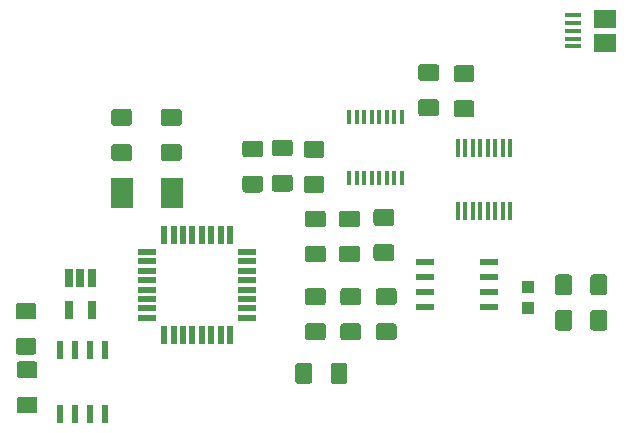
<source format=gbr>
G04 #@! TF.GenerationSoftware,KiCad,Pcbnew,(5.0.1)-4*
G04 #@! TF.CreationDate,2019-10-16T14:09:11+02:00*
G04 #@! TF.ProjectId,Pcb_Sensor_test,5063625F53656E736F725F746573742E,rev?*
G04 #@! TF.SameCoordinates,Original*
G04 #@! TF.FileFunction,Paste,Top*
G04 #@! TF.FilePolarity,Positive*
%FSLAX46Y46*%
G04 Gerber Fmt 4.6, Leading zero omitted, Abs format (unit mm)*
G04 Created by KiCad (PCBNEW (5.0.1)-4) date 16/10/2019 14:09:11*
%MOMM*%
%LPD*%
G01*
G04 APERTURE LIST*
%ADD10C,0.100000*%
%ADD11C,1.425000*%
%ADD12R,0.550000X1.600000*%
%ADD13R,1.600000X0.550000*%
%ADD14R,1.550000X0.600000*%
%ADD15R,0.600000X1.550000*%
%ADD16R,0.410000X1.600000*%
%ADD17R,0.400000X1.200000*%
%ADD18R,0.650000X1.560000*%
%ADD19R,1.900000X2.600000*%
%ADD20R,1.100000X1.050000*%
%ADD21R,1.900000X1.500000*%
%ADD22R,1.350000X0.400000*%
G04 APERTURE END LIST*
D10*
G04 #@! TO.C,C1*
G36*
X143249504Y-98113704D02*
X143273773Y-98117304D01*
X143297571Y-98123265D01*
X143320671Y-98131530D01*
X143342849Y-98142020D01*
X143363893Y-98154633D01*
X143383598Y-98169247D01*
X143401777Y-98185723D01*
X143418253Y-98203902D01*
X143432867Y-98223607D01*
X143445480Y-98244651D01*
X143455970Y-98266829D01*
X143464235Y-98289929D01*
X143470196Y-98313727D01*
X143473796Y-98337996D01*
X143475000Y-98362500D01*
X143475000Y-99287500D01*
X143473796Y-99312004D01*
X143470196Y-99336273D01*
X143464235Y-99360071D01*
X143455970Y-99383171D01*
X143445480Y-99405349D01*
X143432867Y-99426393D01*
X143418253Y-99446098D01*
X143401777Y-99464277D01*
X143383598Y-99480753D01*
X143363893Y-99495367D01*
X143342849Y-99507980D01*
X143320671Y-99518470D01*
X143297571Y-99526735D01*
X143273773Y-99532696D01*
X143249504Y-99536296D01*
X143225000Y-99537500D01*
X141975000Y-99537500D01*
X141950496Y-99536296D01*
X141926227Y-99532696D01*
X141902429Y-99526735D01*
X141879329Y-99518470D01*
X141857151Y-99507980D01*
X141836107Y-99495367D01*
X141816402Y-99480753D01*
X141798223Y-99464277D01*
X141781747Y-99446098D01*
X141767133Y-99426393D01*
X141754520Y-99405349D01*
X141744030Y-99383171D01*
X141735765Y-99360071D01*
X141729804Y-99336273D01*
X141726204Y-99312004D01*
X141725000Y-99287500D01*
X141725000Y-98362500D01*
X141726204Y-98337996D01*
X141729804Y-98313727D01*
X141735765Y-98289929D01*
X141744030Y-98266829D01*
X141754520Y-98244651D01*
X141767133Y-98223607D01*
X141781747Y-98203902D01*
X141798223Y-98185723D01*
X141816402Y-98169247D01*
X141836107Y-98154633D01*
X141857151Y-98142020D01*
X141879329Y-98131530D01*
X141902429Y-98123265D01*
X141926227Y-98117304D01*
X141950496Y-98113704D01*
X141975000Y-98112500D01*
X143225000Y-98112500D01*
X143249504Y-98113704D01*
X143249504Y-98113704D01*
G37*
D11*
X142600000Y-98825000D03*
D10*
G36*
X143249504Y-101088704D02*
X143273773Y-101092304D01*
X143297571Y-101098265D01*
X143320671Y-101106530D01*
X143342849Y-101117020D01*
X143363893Y-101129633D01*
X143383598Y-101144247D01*
X143401777Y-101160723D01*
X143418253Y-101178902D01*
X143432867Y-101198607D01*
X143445480Y-101219651D01*
X143455970Y-101241829D01*
X143464235Y-101264929D01*
X143470196Y-101288727D01*
X143473796Y-101312996D01*
X143475000Y-101337500D01*
X143475000Y-102262500D01*
X143473796Y-102287004D01*
X143470196Y-102311273D01*
X143464235Y-102335071D01*
X143455970Y-102358171D01*
X143445480Y-102380349D01*
X143432867Y-102401393D01*
X143418253Y-102421098D01*
X143401777Y-102439277D01*
X143383598Y-102455753D01*
X143363893Y-102470367D01*
X143342849Y-102482980D01*
X143320671Y-102493470D01*
X143297571Y-102501735D01*
X143273773Y-102507696D01*
X143249504Y-102511296D01*
X143225000Y-102512500D01*
X141975000Y-102512500D01*
X141950496Y-102511296D01*
X141926227Y-102507696D01*
X141902429Y-102501735D01*
X141879329Y-102493470D01*
X141857151Y-102482980D01*
X141836107Y-102470367D01*
X141816402Y-102455753D01*
X141798223Y-102439277D01*
X141781747Y-102421098D01*
X141767133Y-102401393D01*
X141754520Y-102380349D01*
X141744030Y-102358171D01*
X141735765Y-102335071D01*
X141729804Y-102311273D01*
X141726204Y-102287004D01*
X141725000Y-102262500D01*
X141725000Y-101337500D01*
X141726204Y-101312996D01*
X141729804Y-101288727D01*
X141735765Y-101264929D01*
X141744030Y-101241829D01*
X141754520Y-101219651D01*
X141767133Y-101198607D01*
X141781747Y-101178902D01*
X141798223Y-101160723D01*
X141816402Y-101144247D01*
X141836107Y-101129633D01*
X141857151Y-101117020D01*
X141879329Y-101106530D01*
X141902429Y-101098265D01*
X141926227Y-101092304D01*
X141950496Y-101088704D01*
X141975000Y-101087500D01*
X143225000Y-101087500D01*
X143249504Y-101088704D01*
X143249504Y-101088704D01*
G37*
D11*
X142600000Y-101800000D03*
G04 #@! TD*
D10*
G04 #@! TO.C,C2*
G36*
X147449504Y-101088704D02*
X147473773Y-101092304D01*
X147497571Y-101098265D01*
X147520671Y-101106530D01*
X147542849Y-101117020D01*
X147563893Y-101129633D01*
X147583598Y-101144247D01*
X147601777Y-101160723D01*
X147618253Y-101178902D01*
X147632867Y-101198607D01*
X147645480Y-101219651D01*
X147655970Y-101241829D01*
X147664235Y-101264929D01*
X147670196Y-101288727D01*
X147673796Y-101312996D01*
X147675000Y-101337500D01*
X147675000Y-102262500D01*
X147673796Y-102287004D01*
X147670196Y-102311273D01*
X147664235Y-102335071D01*
X147655970Y-102358171D01*
X147645480Y-102380349D01*
X147632867Y-102401393D01*
X147618253Y-102421098D01*
X147601777Y-102439277D01*
X147583598Y-102455753D01*
X147563893Y-102470367D01*
X147542849Y-102482980D01*
X147520671Y-102493470D01*
X147497571Y-102501735D01*
X147473773Y-102507696D01*
X147449504Y-102511296D01*
X147425000Y-102512500D01*
X146175000Y-102512500D01*
X146150496Y-102511296D01*
X146126227Y-102507696D01*
X146102429Y-102501735D01*
X146079329Y-102493470D01*
X146057151Y-102482980D01*
X146036107Y-102470367D01*
X146016402Y-102455753D01*
X145998223Y-102439277D01*
X145981747Y-102421098D01*
X145967133Y-102401393D01*
X145954520Y-102380349D01*
X145944030Y-102358171D01*
X145935765Y-102335071D01*
X145929804Y-102311273D01*
X145926204Y-102287004D01*
X145925000Y-102262500D01*
X145925000Y-101337500D01*
X145926204Y-101312996D01*
X145929804Y-101288727D01*
X145935765Y-101264929D01*
X145944030Y-101241829D01*
X145954520Y-101219651D01*
X145967133Y-101198607D01*
X145981747Y-101178902D01*
X145998223Y-101160723D01*
X146016402Y-101144247D01*
X146036107Y-101129633D01*
X146057151Y-101117020D01*
X146079329Y-101106530D01*
X146102429Y-101098265D01*
X146126227Y-101092304D01*
X146150496Y-101088704D01*
X146175000Y-101087500D01*
X147425000Y-101087500D01*
X147449504Y-101088704D01*
X147449504Y-101088704D01*
G37*
D11*
X146800000Y-101800000D03*
D10*
G36*
X147449504Y-98113704D02*
X147473773Y-98117304D01*
X147497571Y-98123265D01*
X147520671Y-98131530D01*
X147542849Y-98142020D01*
X147563893Y-98154633D01*
X147583598Y-98169247D01*
X147601777Y-98185723D01*
X147618253Y-98203902D01*
X147632867Y-98223607D01*
X147645480Y-98244651D01*
X147655970Y-98266829D01*
X147664235Y-98289929D01*
X147670196Y-98313727D01*
X147673796Y-98337996D01*
X147675000Y-98362500D01*
X147675000Y-99287500D01*
X147673796Y-99312004D01*
X147670196Y-99336273D01*
X147664235Y-99360071D01*
X147655970Y-99383171D01*
X147645480Y-99405349D01*
X147632867Y-99426393D01*
X147618253Y-99446098D01*
X147601777Y-99464277D01*
X147583598Y-99480753D01*
X147563893Y-99495367D01*
X147542849Y-99507980D01*
X147520671Y-99518470D01*
X147497571Y-99526735D01*
X147473773Y-99532696D01*
X147449504Y-99536296D01*
X147425000Y-99537500D01*
X146175000Y-99537500D01*
X146150496Y-99536296D01*
X146126227Y-99532696D01*
X146102429Y-99526735D01*
X146079329Y-99518470D01*
X146057151Y-99507980D01*
X146036107Y-99495367D01*
X146016402Y-99480753D01*
X145998223Y-99464277D01*
X145981747Y-99446098D01*
X145967133Y-99426393D01*
X145954520Y-99405349D01*
X145944030Y-99383171D01*
X145935765Y-99360071D01*
X145929804Y-99336273D01*
X145926204Y-99312004D01*
X145925000Y-99287500D01*
X145925000Y-98362500D01*
X145926204Y-98337996D01*
X145929804Y-98313727D01*
X145935765Y-98289929D01*
X145944030Y-98266829D01*
X145954520Y-98244651D01*
X145967133Y-98223607D01*
X145981747Y-98203902D01*
X145998223Y-98185723D01*
X146016402Y-98169247D01*
X146036107Y-98154633D01*
X146057151Y-98142020D01*
X146079329Y-98131530D01*
X146102429Y-98123265D01*
X146126227Y-98117304D01*
X146150496Y-98113704D01*
X146175000Y-98112500D01*
X147425000Y-98112500D01*
X147449504Y-98113704D01*
X147449504Y-98113704D01*
G37*
D11*
X146800000Y-98825000D03*
G04 #@! TD*
D10*
G04 #@! TO.C,C3*
G36*
X162549504Y-109688704D02*
X162573773Y-109692304D01*
X162597571Y-109698265D01*
X162620671Y-109706530D01*
X162642849Y-109717020D01*
X162663893Y-109729633D01*
X162683598Y-109744247D01*
X162701777Y-109760723D01*
X162718253Y-109778902D01*
X162732867Y-109798607D01*
X162745480Y-109819651D01*
X162755970Y-109841829D01*
X162764235Y-109864929D01*
X162770196Y-109888727D01*
X162773796Y-109912996D01*
X162775000Y-109937500D01*
X162775000Y-110862500D01*
X162773796Y-110887004D01*
X162770196Y-110911273D01*
X162764235Y-110935071D01*
X162755970Y-110958171D01*
X162745480Y-110980349D01*
X162732867Y-111001393D01*
X162718253Y-111021098D01*
X162701777Y-111039277D01*
X162683598Y-111055753D01*
X162663893Y-111070367D01*
X162642849Y-111082980D01*
X162620671Y-111093470D01*
X162597571Y-111101735D01*
X162573773Y-111107696D01*
X162549504Y-111111296D01*
X162525000Y-111112500D01*
X161275000Y-111112500D01*
X161250496Y-111111296D01*
X161226227Y-111107696D01*
X161202429Y-111101735D01*
X161179329Y-111093470D01*
X161157151Y-111082980D01*
X161136107Y-111070367D01*
X161116402Y-111055753D01*
X161098223Y-111039277D01*
X161081747Y-111021098D01*
X161067133Y-111001393D01*
X161054520Y-110980349D01*
X161044030Y-110958171D01*
X161035765Y-110935071D01*
X161029804Y-110911273D01*
X161026204Y-110887004D01*
X161025000Y-110862500D01*
X161025000Y-109937500D01*
X161026204Y-109912996D01*
X161029804Y-109888727D01*
X161035765Y-109864929D01*
X161044030Y-109841829D01*
X161054520Y-109819651D01*
X161067133Y-109798607D01*
X161081747Y-109778902D01*
X161098223Y-109760723D01*
X161116402Y-109744247D01*
X161136107Y-109729633D01*
X161157151Y-109717020D01*
X161179329Y-109706530D01*
X161202429Y-109698265D01*
X161226227Y-109692304D01*
X161250496Y-109688704D01*
X161275000Y-109687500D01*
X162525000Y-109687500D01*
X162549504Y-109688704D01*
X162549504Y-109688704D01*
G37*
D11*
X161900000Y-110400000D03*
D10*
G36*
X162549504Y-106713704D02*
X162573773Y-106717304D01*
X162597571Y-106723265D01*
X162620671Y-106731530D01*
X162642849Y-106742020D01*
X162663893Y-106754633D01*
X162683598Y-106769247D01*
X162701777Y-106785723D01*
X162718253Y-106803902D01*
X162732867Y-106823607D01*
X162745480Y-106844651D01*
X162755970Y-106866829D01*
X162764235Y-106889929D01*
X162770196Y-106913727D01*
X162773796Y-106937996D01*
X162775000Y-106962500D01*
X162775000Y-107887500D01*
X162773796Y-107912004D01*
X162770196Y-107936273D01*
X162764235Y-107960071D01*
X162755970Y-107983171D01*
X162745480Y-108005349D01*
X162732867Y-108026393D01*
X162718253Y-108046098D01*
X162701777Y-108064277D01*
X162683598Y-108080753D01*
X162663893Y-108095367D01*
X162642849Y-108107980D01*
X162620671Y-108118470D01*
X162597571Y-108126735D01*
X162573773Y-108132696D01*
X162549504Y-108136296D01*
X162525000Y-108137500D01*
X161275000Y-108137500D01*
X161250496Y-108136296D01*
X161226227Y-108132696D01*
X161202429Y-108126735D01*
X161179329Y-108118470D01*
X161157151Y-108107980D01*
X161136107Y-108095367D01*
X161116402Y-108080753D01*
X161098223Y-108064277D01*
X161081747Y-108046098D01*
X161067133Y-108026393D01*
X161054520Y-108005349D01*
X161044030Y-107983171D01*
X161035765Y-107960071D01*
X161029804Y-107936273D01*
X161026204Y-107912004D01*
X161025000Y-107887500D01*
X161025000Y-106962500D01*
X161026204Y-106937996D01*
X161029804Y-106913727D01*
X161035765Y-106889929D01*
X161044030Y-106866829D01*
X161054520Y-106844651D01*
X161067133Y-106823607D01*
X161081747Y-106803902D01*
X161098223Y-106785723D01*
X161116402Y-106769247D01*
X161136107Y-106754633D01*
X161157151Y-106742020D01*
X161179329Y-106731530D01*
X161202429Y-106723265D01*
X161226227Y-106717304D01*
X161250496Y-106713704D01*
X161275000Y-106712500D01*
X162525000Y-106712500D01*
X162549504Y-106713704D01*
X162549504Y-106713704D01*
G37*
D11*
X161900000Y-107425000D03*
G04 #@! TD*
D10*
G04 #@! TO.C,C4*
G36*
X180512004Y-115126204D02*
X180536273Y-115129804D01*
X180560071Y-115135765D01*
X180583171Y-115144030D01*
X180605349Y-115154520D01*
X180626393Y-115167133D01*
X180646098Y-115181747D01*
X180664277Y-115198223D01*
X180680753Y-115216402D01*
X180695367Y-115236107D01*
X180707980Y-115257151D01*
X180718470Y-115279329D01*
X180726735Y-115302429D01*
X180732696Y-115326227D01*
X180736296Y-115350496D01*
X180737500Y-115375000D01*
X180737500Y-116625000D01*
X180736296Y-116649504D01*
X180732696Y-116673773D01*
X180726735Y-116697571D01*
X180718470Y-116720671D01*
X180707980Y-116742849D01*
X180695367Y-116763893D01*
X180680753Y-116783598D01*
X180664277Y-116801777D01*
X180646098Y-116818253D01*
X180626393Y-116832867D01*
X180605349Y-116845480D01*
X180583171Y-116855970D01*
X180560071Y-116864235D01*
X180536273Y-116870196D01*
X180512004Y-116873796D01*
X180487500Y-116875000D01*
X179562500Y-116875000D01*
X179537996Y-116873796D01*
X179513727Y-116870196D01*
X179489929Y-116864235D01*
X179466829Y-116855970D01*
X179444651Y-116845480D01*
X179423607Y-116832867D01*
X179403902Y-116818253D01*
X179385723Y-116801777D01*
X179369247Y-116783598D01*
X179354633Y-116763893D01*
X179342020Y-116742849D01*
X179331530Y-116720671D01*
X179323265Y-116697571D01*
X179317304Y-116673773D01*
X179313704Y-116649504D01*
X179312500Y-116625000D01*
X179312500Y-115375000D01*
X179313704Y-115350496D01*
X179317304Y-115326227D01*
X179323265Y-115302429D01*
X179331530Y-115279329D01*
X179342020Y-115257151D01*
X179354633Y-115236107D01*
X179369247Y-115216402D01*
X179385723Y-115198223D01*
X179403902Y-115181747D01*
X179423607Y-115167133D01*
X179444651Y-115154520D01*
X179466829Y-115144030D01*
X179489929Y-115135765D01*
X179513727Y-115129804D01*
X179537996Y-115126204D01*
X179562500Y-115125000D01*
X180487500Y-115125000D01*
X180512004Y-115126204D01*
X180512004Y-115126204D01*
G37*
D11*
X180025000Y-116000000D03*
D10*
G36*
X183487004Y-115126204D02*
X183511273Y-115129804D01*
X183535071Y-115135765D01*
X183558171Y-115144030D01*
X183580349Y-115154520D01*
X183601393Y-115167133D01*
X183621098Y-115181747D01*
X183639277Y-115198223D01*
X183655753Y-115216402D01*
X183670367Y-115236107D01*
X183682980Y-115257151D01*
X183693470Y-115279329D01*
X183701735Y-115302429D01*
X183707696Y-115326227D01*
X183711296Y-115350496D01*
X183712500Y-115375000D01*
X183712500Y-116625000D01*
X183711296Y-116649504D01*
X183707696Y-116673773D01*
X183701735Y-116697571D01*
X183693470Y-116720671D01*
X183682980Y-116742849D01*
X183670367Y-116763893D01*
X183655753Y-116783598D01*
X183639277Y-116801777D01*
X183621098Y-116818253D01*
X183601393Y-116832867D01*
X183580349Y-116845480D01*
X183558171Y-116855970D01*
X183535071Y-116864235D01*
X183511273Y-116870196D01*
X183487004Y-116873796D01*
X183462500Y-116875000D01*
X182537500Y-116875000D01*
X182512996Y-116873796D01*
X182488727Y-116870196D01*
X182464929Y-116864235D01*
X182441829Y-116855970D01*
X182419651Y-116845480D01*
X182398607Y-116832867D01*
X182378902Y-116818253D01*
X182360723Y-116801777D01*
X182344247Y-116783598D01*
X182329633Y-116763893D01*
X182317020Y-116742849D01*
X182306530Y-116720671D01*
X182298265Y-116697571D01*
X182292304Y-116673773D01*
X182288704Y-116649504D01*
X182287500Y-116625000D01*
X182287500Y-115375000D01*
X182288704Y-115350496D01*
X182292304Y-115326227D01*
X182298265Y-115302429D01*
X182306530Y-115279329D01*
X182317020Y-115257151D01*
X182329633Y-115236107D01*
X182344247Y-115216402D01*
X182360723Y-115198223D01*
X182378902Y-115181747D01*
X182398607Y-115167133D01*
X182419651Y-115154520D01*
X182441829Y-115144030D01*
X182464929Y-115135765D01*
X182488727Y-115129804D01*
X182512996Y-115126204D01*
X182537500Y-115125000D01*
X183462500Y-115125000D01*
X183487004Y-115126204D01*
X183487004Y-115126204D01*
G37*
D11*
X183000000Y-116000000D03*
G04 #@! TD*
D10*
G04 #@! TO.C,C5*
G36*
X183487004Y-112126204D02*
X183511273Y-112129804D01*
X183535071Y-112135765D01*
X183558171Y-112144030D01*
X183580349Y-112154520D01*
X183601393Y-112167133D01*
X183621098Y-112181747D01*
X183639277Y-112198223D01*
X183655753Y-112216402D01*
X183670367Y-112236107D01*
X183682980Y-112257151D01*
X183693470Y-112279329D01*
X183701735Y-112302429D01*
X183707696Y-112326227D01*
X183711296Y-112350496D01*
X183712500Y-112375000D01*
X183712500Y-113625000D01*
X183711296Y-113649504D01*
X183707696Y-113673773D01*
X183701735Y-113697571D01*
X183693470Y-113720671D01*
X183682980Y-113742849D01*
X183670367Y-113763893D01*
X183655753Y-113783598D01*
X183639277Y-113801777D01*
X183621098Y-113818253D01*
X183601393Y-113832867D01*
X183580349Y-113845480D01*
X183558171Y-113855970D01*
X183535071Y-113864235D01*
X183511273Y-113870196D01*
X183487004Y-113873796D01*
X183462500Y-113875000D01*
X182537500Y-113875000D01*
X182512996Y-113873796D01*
X182488727Y-113870196D01*
X182464929Y-113864235D01*
X182441829Y-113855970D01*
X182419651Y-113845480D01*
X182398607Y-113832867D01*
X182378902Y-113818253D01*
X182360723Y-113801777D01*
X182344247Y-113783598D01*
X182329633Y-113763893D01*
X182317020Y-113742849D01*
X182306530Y-113720671D01*
X182298265Y-113697571D01*
X182292304Y-113673773D01*
X182288704Y-113649504D01*
X182287500Y-113625000D01*
X182287500Y-112375000D01*
X182288704Y-112350496D01*
X182292304Y-112326227D01*
X182298265Y-112302429D01*
X182306530Y-112279329D01*
X182317020Y-112257151D01*
X182329633Y-112236107D01*
X182344247Y-112216402D01*
X182360723Y-112198223D01*
X182378902Y-112181747D01*
X182398607Y-112167133D01*
X182419651Y-112154520D01*
X182441829Y-112144030D01*
X182464929Y-112135765D01*
X182488727Y-112129804D01*
X182512996Y-112126204D01*
X182537500Y-112125000D01*
X183462500Y-112125000D01*
X183487004Y-112126204D01*
X183487004Y-112126204D01*
G37*
D11*
X183000000Y-113000000D03*
D10*
G36*
X180512004Y-112126204D02*
X180536273Y-112129804D01*
X180560071Y-112135765D01*
X180583171Y-112144030D01*
X180605349Y-112154520D01*
X180626393Y-112167133D01*
X180646098Y-112181747D01*
X180664277Y-112198223D01*
X180680753Y-112216402D01*
X180695367Y-112236107D01*
X180707980Y-112257151D01*
X180718470Y-112279329D01*
X180726735Y-112302429D01*
X180732696Y-112326227D01*
X180736296Y-112350496D01*
X180737500Y-112375000D01*
X180737500Y-113625000D01*
X180736296Y-113649504D01*
X180732696Y-113673773D01*
X180726735Y-113697571D01*
X180718470Y-113720671D01*
X180707980Y-113742849D01*
X180695367Y-113763893D01*
X180680753Y-113783598D01*
X180664277Y-113801777D01*
X180646098Y-113818253D01*
X180626393Y-113832867D01*
X180605349Y-113845480D01*
X180583171Y-113855970D01*
X180560071Y-113864235D01*
X180536273Y-113870196D01*
X180512004Y-113873796D01*
X180487500Y-113875000D01*
X179562500Y-113875000D01*
X179537996Y-113873796D01*
X179513727Y-113870196D01*
X179489929Y-113864235D01*
X179466829Y-113855970D01*
X179444651Y-113845480D01*
X179423607Y-113832867D01*
X179403902Y-113818253D01*
X179385723Y-113801777D01*
X179369247Y-113783598D01*
X179354633Y-113763893D01*
X179342020Y-113742849D01*
X179331530Y-113720671D01*
X179323265Y-113697571D01*
X179317304Y-113673773D01*
X179313704Y-113649504D01*
X179312500Y-113625000D01*
X179312500Y-112375000D01*
X179313704Y-112350496D01*
X179317304Y-112326227D01*
X179323265Y-112302429D01*
X179331530Y-112279329D01*
X179342020Y-112257151D01*
X179354633Y-112236107D01*
X179369247Y-112216402D01*
X179385723Y-112198223D01*
X179403902Y-112181747D01*
X179423607Y-112167133D01*
X179444651Y-112154520D01*
X179466829Y-112144030D01*
X179489929Y-112135765D01*
X179513727Y-112129804D01*
X179537996Y-112126204D01*
X179562500Y-112125000D01*
X180487500Y-112125000D01*
X180512004Y-112126204D01*
X180512004Y-112126204D01*
G37*
D11*
X180025000Y-113000000D03*
G04 #@! TD*
D10*
G04 #@! TO.C,C6*
G36*
X154349504Y-100788704D02*
X154373773Y-100792304D01*
X154397571Y-100798265D01*
X154420671Y-100806530D01*
X154442849Y-100817020D01*
X154463893Y-100829633D01*
X154483598Y-100844247D01*
X154501777Y-100860723D01*
X154518253Y-100878902D01*
X154532867Y-100898607D01*
X154545480Y-100919651D01*
X154555970Y-100941829D01*
X154564235Y-100964929D01*
X154570196Y-100988727D01*
X154573796Y-101012996D01*
X154575000Y-101037500D01*
X154575000Y-101962500D01*
X154573796Y-101987004D01*
X154570196Y-102011273D01*
X154564235Y-102035071D01*
X154555970Y-102058171D01*
X154545480Y-102080349D01*
X154532867Y-102101393D01*
X154518253Y-102121098D01*
X154501777Y-102139277D01*
X154483598Y-102155753D01*
X154463893Y-102170367D01*
X154442849Y-102182980D01*
X154420671Y-102193470D01*
X154397571Y-102201735D01*
X154373773Y-102207696D01*
X154349504Y-102211296D01*
X154325000Y-102212500D01*
X153075000Y-102212500D01*
X153050496Y-102211296D01*
X153026227Y-102207696D01*
X153002429Y-102201735D01*
X152979329Y-102193470D01*
X152957151Y-102182980D01*
X152936107Y-102170367D01*
X152916402Y-102155753D01*
X152898223Y-102139277D01*
X152881747Y-102121098D01*
X152867133Y-102101393D01*
X152854520Y-102080349D01*
X152844030Y-102058171D01*
X152835765Y-102035071D01*
X152829804Y-102011273D01*
X152826204Y-101987004D01*
X152825000Y-101962500D01*
X152825000Y-101037500D01*
X152826204Y-101012996D01*
X152829804Y-100988727D01*
X152835765Y-100964929D01*
X152844030Y-100941829D01*
X152854520Y-100919651D01*
X152867133Y-100898607D01*
X152881747Y-100878902D01*
X152898223Y-100860723D01*
X152916402Y-100844247D01*
X152936107Y-100829633D01*
X152957151Y-100817020D01*
X152979329Y-100806530D01*
X153002429Y-100798265D01*
X153026227Y-100792304D01*
X153050496Y-100788704D01*
X153075000Y-100787500D01*
X154325000Y-100787500D01*
X154349504Y-100788704D01*
X154349504Y-100788704D01*
G37*
D11*
X153700000Y-101500000D03*
D10*
G36*
X154349504Y-103763704D02*
X154373773Y-103767304D01*
X154397571Y-103773265D01*
X154420671Y-103781530D01*
X154442849Y-103792020D01*
X154463893Y-103804633D01*
X154483598Y-103819247D01*
X154501777Y-103835723D01*
X154518253Y-103853902D01*
X154532867Y-103873607D01*
X154545480Y-103894651D01*
X154555970Y-103916829D01*
X154564235Y-103939929D01*
X154570196Y-103963727D01*
X154573796Y-103987996D01*
X154575000Y-104012500D01*
X154575000Y-104937500D01*
X154573796Y-104962004D01*
X154570196Y-104986273D01*
X154564235Y-105010071D01*
X154555970Y-105033171D01*
X154545480Y-105055349D01*
X154532867Y-105076393D01*
X154518253Y-105096098D01*
X154501777Y-105114277D01*
X154483598Y-105130753D01*
X154463893Y-105145367D01*
X154442849Y-105157980D01*
X154420671Y-105168470D01*
X154397571Y-105176735D01*
X154373773Y-105182696D01*
X154349504Y-105186296D01*
X154325000Y-105187500D01*
X153075000Y-105187500D01*
X153050496Y-105186296D01*
X153026227Y-105182696D01*
X153002429Y-105176735D01*
X152979329Y-105168470D01*
X152957151Y-105157980D01*
X152936107Y-105145367D01*
X152916402Y-105130753D01*
X152898223Y-105114277D01*
X152881747Y-105096098D01*
X152867133Y-105076393D01*
X152854520Y-105055349D01*
X152844030Y-105033171D01*
X152835765Y-105010071D01*
X152829804Y-104986273D01*
X152826204Y-104962004D01*
X152825000Y-104937500D01*
X152825000Y-104012500D01*
X152826204Y-103987996D01*
X152829804Y-103963727D01*
X152835765Y-103939929D01*
X152844030Y-103916829D01*
X152854520Y-103894651D01*
X152867133Y-103873607D01*
X152881747Y-103853902D01*
X152898223Y-103835723D01*
X152916402Y-103819247D01*
X152936107Y-103804633D01*
X152957151Y-103792020D01*
X152979329Y-103781530D01*
X153002429Y-103773265D01*
X153026227Y-103767304D01*
X153050496Y-103763704D01*
X153075000Y-103762500D01*
X154325000Y-103762500D01*
X154349504Y-103763704D01*
X154349504Y-103763704D01*
G37*
D11*
X153700000Y-104475000D03*
G04 #@! TD*
D10*
G04 #@! TO.C,C7*
G36*
X135149504Y-117488704D02*
X135173773Y-117492304D01*
X135197571Y-117498265D01*
X135220671Y-117506530D01*
X135242849Y-117517020D01*
X135263893Y-117529633D01*
X135283598Y-117544247D01*
X135301777Y-117560723D01*
X135318253Y-117578902D01*
X135332867Y-117598607D01*
X135345480Y-117619651D01*
X135355970Y-117641829D01*
X135364235Y-117664929D01*
X135370196Y-117688727D01*
X135373796Y-117712996D01*
X135375000Y-117737500D01*
X135375000Y-118662500D01*
X135373796Y-118687004D01*
X135370196Y-118711273D01*
X135364235Y-118735071D01*
X135355970Y-118758171D01*
X135345480Y-118780349D01*
X135332867Y-118801393D01*
X135318253Y-118821098D01*
X135301777Y-118839277D01*
X135283598Y-118855753D01*
X135263893Y-118870367D01*
X135242849Y-118882980D01*
X135220671Y-118893470D01*
X135197571Y-118901735D01*
X135173773Y-118907696D01*
X135149504Y-118911296D01*
X135125000Y-118912500D01*
X133875000Y-118912500D01*
X133850496Y-118911296D01*
X133826227Y-118907696D01*
X133802429Y-118901735D01*
X133779329Y-118893470D01*
X133757151Y-118882980D01*
X133736107Y-118870367D01*
X133716402Y-118855753D01*
X133698223Y-118839277D01*
X133681747Y-118821098D01*
X133667133Y-118801393D01*
X133654520Y-118780349D01*
X133644030Y-118758171D01*
X133635765Y-118735071D01*
X133629804Y-118711273D01*
X133626204Y-118687004D01*
X133625000Y-118662500D01*
X133625000Y-117737500D01*
X133626204Y-117712996D01*
X133629804Y-117688727D01*
X133635765Y-117664929D01*
X133644030Y-117641829D01*
X133654520Y-117619651D01*
X133667133Y-117598607D01*
X133681747Y-117578902D01*
X133698223Y-117560723D01*
X133716402Y-117544247D01*
X133736107Y-117529633D01*
X133757151Y-117517020D01*
X133779329Y-117506530D01*
X133802429Y-117498265D01*
X133826227Y-117492304D01*
X133850496Y-117488704D01*
X133875000Y-117487500D01*
X135125000Y-117487500D01*
X135149504Y-117488704D01*
X135149504Y-117488704D01*
G37*
D11*
X134500000Y-118200000D03*
D10*
G36*
X135149504Y-114513704D02*
X135173773Y-114517304D01*
X135197571Y-114523265D01*
X135220671Y-114531530D01*
X135242849Y-114542020D01*
X135263893Y-114554633D01*
X135283598Y-114569247D01*
X135301777Y-114585723D01*
X135318253Y-114603902D01*
X135332867Y-114623607D01*
X135345480Y-114644651D01*
X135355970Y-114666829D01*
X135364235Y-114689929D01*
X135370196Y-114713727D01*
X135373796Y-114737996D01*
X135375000Y-114762500D01*
X135375000Y-115687500D01*
X135373796Y-115712004D01*
X135370196Y-115736273D01*
X135364235Y-115760071D01*
X135355970Y-115783171D01*
X135345480Y-115805349D01*
X135332867Y-115826393D01*
X135318253Y-115846098D01*
X135301777Y-115864277D01*
X135283598Y-115880753D01*
X135263893Y-115895367D01*
X135242849Y-115907980D01*
X135220671Y-115918470D01*
X135197571Y-115926735D01*
X135173773Y-115932696D01*
X135149504Y-115936296D01*
X135125000Y-115937500D01*
X133875000Y-115937500D01*
X133850496Y-115936296D01*
X133826227Y-115932696D01*
X133802429Y-115926735D01*
X133779329Y-115918470D01*
X133757151Y-115907980D01*
X133736107Y-115895367D01*
X133716402Y-115880753D01*
X133698223Y-115864277D01*
X133681747Y-115846098D01*
X133667133Y-115826393D01*
X133654520Y-115805349D01*
X133644030Y-115783171D01*
X133635765Y-115760071D01*
X133629804Y-115736273D01*
X133626204Y-115712004D01*
X133625000Y-115687500D01*
X133625000Y-114762500D01*
X133626204Y-114737996D01*
X133629804Y-114713727D01*
X133635765Y-114689929D01*
X133644030Y-114666829D01*
X133654520Y-114644651D01*
X133667133Y-114623607D01*
X133681747Y-114603902D01*
X133698223Y-114585723D01*
X133716402Y-114569247D01*
X133736107Y-114554633D01*
X133757151Y-114542020D01*
X133779329Y-114531530D01*
X133802429Y-114523265D01*
X133826227Y-114517304D01*
X133850496Y-114513704D01*
X133875000Y-114512500D01*
X135125000Y-114512500D01*
X135149504Y-114513704D01*
X135149504Y-114513704D01*
G37*
D11*
X134500000Y-115225000D03*
G04 #@! TD*
D10*
G04 #@! TO.C,C8*
G36*
X165449504Y-109563704D02*
X165473773Y-109567304D01*
X165497571Y-109573265D01*
X165520671Y-109581530D01*
X165542849Y-109592020D01*
X165563893Y-109604633D01*
X165583598Y-109619247D01*
X165601777Y-109635723D01*
X165618253Y-109653902D01*
X165632867Y-109673607D01*
X165645480Y-109694651D01*
X165655970Y-109716829D01*
X165664235Y-109739929D01*
X165670196Y-109763727D01*
X165673796Y-109787996D01*
X165675000Y-109812500D01*
X165675000Y-110737500D01*
X165673796Y-110762004D01*
X165670196Y-110786273D01*
X165664235Y-110810071D01*
X165655970Y-110833171D01*
X165645480Y-110855349D01*
X165632867Y-110876393D01*
X165618253Y-110896098D01*
X165601777Y-110914277D01*
X165583598Y-110930753D01*
X165563893Y-110945367D01*
X165542849Y-110957980D01*
X165520671Y-110968470D01*
X165497571Y-110976735D01*
X165473773Y-110982696D01*
X165449504Y-110986296D01*
X165425000Y-110987500D01*
X164175000Y-110987500D01*
X164150496Y-110986296D01*
X164126227Y-110982696D01*
X164102429Y-110976735D01*
X164079329Y-110968470D01*
X164057151Y-110957980D01*
X164036107Y-110945367D01*
X164016402Y-110930753D01*
X163998223Y-110914277D01*
X163981747Y-110896098D01*
X163967133Y-110876393D01*
X163954520Y-110855349D01*
X163944030Y-110833171D01*
X163935765Y-110810071D01*
X163929804Y-110786273D01*
X163926204Y-110762004D01*
X163925000Y-110737500D01*
X163925000Y-109812500D01*
X163926204Y-109787996D01*
X163929804Y-109763727D01*
X163935765Y-109739929D01*
X163944030Y-109716829D01*
X163954520Y-109694651D01*
X163967133Y-109673607D01*
X163981747Y-109653902D01*
X163998223Y-109635723D01*
X164016402Y-109619247D01*
X164036107Y-109604633D01*
X164057151Y-109592020D01*
X164079329Y-109581530D01*
X164102429Y-109573265D01*
X164126227Y-109567304D01*
X164150496Y-109563704D01*
X164175000Y-109562500D01*
X165425000Y-109562500D01*
X165449504Y-109563704D01*
X165449504Y-109563704D01*
G37*
D11*
X164800000Y-110275000D03*
D10*
G36*
X165449504Y-106588704D02*
X165473773Y-106592304D01*
X165497571Y-106598265D01*
X165520671Y-106606530D01*
X165542849Y-106617020D01*
X165563893Y-106629633D01*
X165583598Y-106644247D01*
X165601777Y-106660723D01*
X165618253Y-106678902D01*
X165632867Y-106698607D01*
X165645480Y-106719651D01*
X165655970Y-106741829D01*
X165664235Y-106764929D01*
X165670196Y-106788727D01*
X165673796Y-106812996D01*
X165675000Y-106837500D01*
X165675000Y-107762500D01*
X165673796Y-107787004D01*
X165670196Y-107811273D01*
X165664235Y-107835071D01*
X165655970Y-107858171D01*
X165645480Y-107880349D01*
X165632867Y-107901393D01*
X165618253Y-107921098D01*
X165601777Y-107939277D01*
X165583598Y-107955753D01*
X165563893Y-107970367D01*
X165542849Y-107982980D01*
X165520671Y-107993470D01*
X165497571Y-108001735D01*
X165473773Y-108007696D01*
X165449504Y-108011296D01*
X165425000Y-108012500D01*
X164175000Y-108012500D01*
X164150496Y-108011296D01*
X164126227Y-108007696D01*
X164102429Y-108001735D01*
X164079329Y-107993470D01*
X164057151Y-107982980D01*
X164036107Y-107970367D01*
X164016402Y-107955753D01*
X163998223Y-107939277D01*
X163981747Y-107921098D01*
X163967133Y-107901393D01*
X163954520Y-107880349D01*
X163944030Y-107858171D01*
X163935765Y-107835071D01*
X163929804Y-107811273D01*
X163926204Y-107787004D01*
X163925000Y-107762500D01*
X163925000Y-106837500D01*
X163926204Y-106812996D01*
X163929804Y-106788727D01*
X163935765Y-106764929D01*
X163944030Y-106741829D01*
X163954520Y-106719651D01*
X163967133Y-106698607D01*
X163981747Y-106678902D01*
X163998223Y-106660723D01*
X164016402Y-106644247D01*
X164036107Y-106629633D01*
X164057151Y-106617020D01*
X164079329Y-106606530D01*
X164102429Y-106598265D01*
X164126227Y-106592304D01*
X164150496Y-106588704D01*
X164175000Y-106587500D01*
X165425000Y-106587500D01*
X165449504Y-106588704D01*
X165449504Y-106588704D01*
G37*
D11*
X164800000Y-107300000D03*
G04 #@! TD*
D10*
G04 #@! TO.C,D1*
G36*
X156849504Y-103688704D02*
X156873773Y-103692304D01*
X156897571Y-103698265D01*
X156920671Y-103706530D01*
X156942849Y-103717020D01*
X156963893Y-103729633D01*
X156983598Y-103744247D01*
X157001777Y-103760723D01*
X157018253Y-103778902D01*
X157032867Y-103798607D01*
X157045480Y-103819651D01*
X157055970Y-103841829D01*
X157064235Y-103864929D01*
X157070196Y-103888727D01*
X157073796Y-103912996D01*
X157075000Y-103937500D01*
X157075000Y-104862500D01*
X157073796Y-104887004D01*
X157070196Y-104911273D01*
X157064235Y-104935071D01*
X157055970Y-104958171D01*
X157045480Y-104980349D01*
X157032867Y-105001393D01*
X157018253Y-105021098D01*
X157001777Y-105039277D01*
X156983598Y-105055753D01*
X156963893Y-105070367D01*
X156942849Y-105082980D01*
X156920671Y-105093470D01*
X156897571Y-105101735D01*
X156873773Y-105107696D01*
X156849504Y-105111296D01*
X156825000Y-105112500D01*
X155575000Y-105112500D01*
X155550496Y-105111296D01*
X155526227Y-105107696D01*
X155502429Y-105101735D01*
X155479329Y-105093470D01*
X155457151Y-105082980D01*
X155436107Y-105070367D01*
X155416402Y-105055753D01*
X155398223Y-105039277D01*
X155381747Y-105021098D01*
X155367133Y-105001393D01*
X155354520Y-104980349D01*
X155344030Y-104958171D01*
X155335765Y-104935071D01*
X155329804Y-104911273D01*
X155326204Y-104887004D01*
X155325000Y-104862500D01*
X155325000Y-103937500D01*
X155326204Y-103912996D01*
X155329804Y-103888727D01*
X155335765Y-103864929D01*
X155344030Y-103841829D01*
X155354520Y-103819651D01*
X155367133Y-103798607D01*
X155381747Y-103778902D01*
X155398223Y-103760723D01*
X155416402Y-103744247D01*
X155436107Y-103729633D01*
X155457151Y-103717020D01*
X155479329Y-103706530D01*
X155502429Y-103698265D01*
X155526227Y-103692304D01*
X155550496Y-103688704D01*
X155575000Y-103687500D01*
X156825000Y-103687500D01*
X156849504Y-103688704D01*
X156849504Y-103688704D01*
G37*
D11*
X156200000Y-104400000D03*
D10*
G36*
X156849504Y-100713704D02*
X156873773Y-100717304D01*
X156897571Y-100723265D01*
X156920671Y-100731530D01*
X156942849Y-100742020D01*
X156963893Y-100754633D01*
X156983598Y-100769247D01*
X157001777Y-100785723D01*
X157018253Y-100803902D01*
X157032867Y-100823607D01*
X157045480Y-100844651D01*
X157055970Y-100866829D01*
X157064235Y-100889929D01*
X157070196Y-100913727D01*
X157073796Y-100937996D01*
X157075000Y-100962500D01*
X157075000Y-101887500D01*
X157073796Y-101912004D01*
X157070196Y-101936273D01*
X157064235Y-101960071D01*
X157055970Y-101983171D01*
X157045480Y-102005349D01*
X157032867Y-102026393D01*
X157018253Y-102046098D01*
X157001777Y-102064277D01*
X156983598Y-102080753D01*
X156963893Y-102095367D01*
X156942849Y-102107980D01*
X156920671Y-102118470D01*
X156897571Y-102126735D01*
X156873773Y-102132696D01*
X156849504Y-102136296D01*
X156825000Y-102137500D01*
X155575000Y-102137500D01*
X155550496Y-102136296D01*
X155526227Y-102132696D01*
X155502429Y-102126735D01*
X155479329Y-102118470D01*
X155457151Y-102107980D01*
X155436107Y-102095367D01*
X155416402Y-102080753D01*
X155398223Y-102064277D01*
X155381747Y-102046098D01*
X155367133Y-102026393D01*
X155354520Y-102005349D01*
X155344030Y-101983171D01*
X155335765Y-101960071D01*
X155329804Y-101936273D01*
X155326204Y-101912004D01*
X155325000Y-101887500D01*
X155325000Y-100962500D01*
X155326204Y-100937996D01*
X155329804Y-100913727D01*
X155335765Y-100889929D01*
X155344030Y-100866829D01*
X155354520Y-100844651D01*
X155367133Y-100823607D01*
X155381747Y-100803902D01*
X155398223Y-100785723D01*
X155416402Y-100769247D01*
X155436107Y-100754633D01*
X155457151Y-100742020D01*
X155479329Y-100731530D01*
X155502429Y-100723265D01*
X155526227Y-100717304D01*
X155550496Y-100713704D01*
X155575000Y-100712500D01*
X156825000Y-100712500D01*
X156849504Y-100713704D01*
X156849504Y-100713704D01*
G37*
D11*
X156200000Y-101425000D03*
G04 #@! TD*
D10*
G04 #@! TO.C,R1*
G36*
X159649504Y-113288704D02*
X159673773Y-113292304D01*
X159697571Y-113298265D01*
X159720671Y-113306530D01*
X159742849Y-113317020D01*
X159763893Y-113329633D01*
X159783598Y-113344247D01*
X159801777Y-113360723D01*
X159818253Y-113378902D01*
X159832867Y-113398607D01*
X159845480Y-113419651D01*
X159855970Y-113441829D01*
X159864235Y-113464929D01*
X159870196Y-113488727D01*
X159873796Y-113512996D01*
X159875000Y-113537500D01*
X159875000Y-114462500D01*
X159873796Y-114487004D01*
X159870196Y-114511273D01*
X159864235Y-114535071D01*
X159855970Y-114558171D01*
X159845480Y-114580349D01*
X159832867Y-114601393D01*
X159818253Y-114621098D01*
X159801777Y-114639277D01*
X159783598Y-114655753D01*
X159763893Y-114670367D01*
X159742849Y-114682980D01*
X159720671Y-114693470D01*
X159697571Y-114701735D01*
X159673773Y-114707696D01*
X159649504Y-114711296D01*
X159625000Y-114712500D01*
X158375000Y-114712500D01*
X158350496Y-114711296D01*
X158326227Y-114707696D01*
X158302429Y-114701735D01*
X158279329Y-114693470D01*
X158257151Y-114682980D01*
X158236107Y-114670367D01*
X158216402Y-114655753D01*
X158198223Y-114639277D01*
X158181747Y-114621098D01*
X158167133Y-114601393D01*
X158154520Y-114580349D01*
X158144030Y-114558171D01*
X158135765Y-114535071D01*
X158129804Y-114511273D01*
X158126204Y-114487004D01*
X158125000Y-114462500D01*
X158125000Y-113537500D01*
X158126204Y-113512996D01*
X158129804Y-113488727D01*
X158135765Y-113464929D01*
X158144030Y-113441829D01*
X158154520Y-113419651D01*
X158167133Y-113398607D01*
X158181747Y-113378902D01*
X158198223Y-113360723D01*
X158216402Y-113344247D01*
X158236107Y-113329633D01*
X158257151Y-113317020D01*
X158279329Y-113306530D01*
X158302429Y-113298265D01*
X158326227Y-113292304D01*
X158350496Y-113288704D01*
X158375000Y-113287500D01*
X159625000Y-113287500D01*
X159649504Y-113288704D01*
X159649504Y-113288704D01*
G37*
D11*
X159000000Y-114000000D03*
D10*
G36*
X159649504Y-116263704D02*
X159673773Y-116267304D01*
X159697571Y-116273265D01*
X159720671Y-116281530D01*
X159742849Y-116292020D01*
X159763893Y-116304633D01*
X159783598Y-116319247D01*
X159801777Y-116335723D01*
X159818253Y-116353902D01*
X159832867Y-116373607D01*
X159845480Y-116394651D01*
X159855970Y-116416829D01*
X159864235Y-116439929D01*
X159870196Y-116463727D01*
X159873796Y-116487996D01*
X159875000Y-116512500D01*
X159875000Y-117437500D01*
X159873796Y-117462004D01*
X159870196Y-117486273D01*
X159864235Y-117510071D01*
X159855970Y-117533171D01*
X159845480Y-117555349D01*
X159832867Y-117576393D01*
X159818253Y-117596098D01*
X159801777Y-117614277D01*
X159783598Y-117630753D01*
X159763893Y-117645367D01*
X159742849Y-117657980D01*
X159720671Y-117668470D01*
X159697571Y-117676735D01*
X159673773Y-117682696D01*
X159649504Y-117686296D01*
X159625000Y-117687500D01*
X158375000Y-117687500D01*
X158350496Y-117686296D01*
X158326227Y-117682696D01*
X158302429Y-117676735D01*
X158279329Y-117668470D01*
X158257151Y-117657980D01*
X158236107Y-117645367D01*
X158216402Y-117630753D01*
X158198223Y-117614277D01*
X158181747Y-117596098D01*
X158167133Y-117576393D01*
X158154520Y-117555349D01*
X158144030Y-117533171D01*
X158135765Y-117510071D01*
X158129804Y-117486273D01*
X158126204Y-117462004D01*
X158125000Y-117437500D01*
X158125000Y-116512500D01*
X158126204Y-116487996D01*
X158129804Y-116463727D01*
X158135765Y-116439929D01*
X158144030Y-116416829D01*
X158154520Y-116394651D01*
X158167133Y-116373607D01*
X158181747Y-116353902D01*
X158198223Y-116335723D01*
X158216402Y-116319247D01*
X158236107Y-116304633D01*
X158257151Y-116292020D01*
X158279329Y-116281530D01*
X158302429Y-116273265D01*
X158326227Y-116267304D01*
X158350496Y-116263704D01*
X158375000Y-116262500D01*
X159625000Y-116262500D01*
X159649504Y-116263704D01*
X159649504Y-116263704D01*
G37*
D11*
X159000000Y-116975000D03*
G04 #@! TD*
D10*
G04 #@! TO.C,R2*
G36*
X162649504Y-116263704D02*
X162673773Y-116267304D01*
X162697571Y-116273265D01*
X162720671Y-116281530D01*
X162742849Y-116292020D01*
X162763893Y-116304633D01*
X162783598Y-116319247D01*
X162801777Y-116335723D01*
X162818253Y-116353902D01*
X162832867Y-116373607D01*
X162845480Y-116394651D01*
X162855970Y-116416829D01*
X162864235Y-116439929D01*
X162870196Y-116463727D01*
X162873796Y-116487996D01*
X162875000Y-116512500D01*
X162875000Y-117437500D01*
X162873796Y-117462004D01*
X162870196Y-117486273D01*
X162864235Y-117510071D01*
X162855970Y-117533171D01*
X162845480Y-117555349D01*
X162832867Y-117576393D01*
X162818253Y-117596098D01*
X162801777Y-117614277D01*
X162783598Y-117630753D01*
X162763893Y-117645367D01*
X162742849Y-117657980D01*
X162720671Y-117668470D01*
X162697571Y-117676735D01*
X162673773Y-117682696D01*
X162649504Y-117686296D01*
X162625000Y-117687500D01*
X161375000Y-117687500D01*
X161350496Y-117686296D01*
X161326227Y-117682696D01*
X161302429Y-117676735D01*
X161279329Y-117668470D01*
X161257151Y-117657980D01*
X161236107Y-117645367D01*
X161216402Y-117630753D01*
X161198223Y-117614277D01*
X161181747Y-117596098D01*
X161167133Y-117576393D01*
X161154520Y-117555349D01*
X161144030Y-117533171D01*
X161135765Y-117510071D01*
X161129804Y-117486273D01*
X161126204Y-117462004D01*
X161125000Y-117437500D01*
X161125000Y-116512500D01*
X161126204Y-116487996D01*
X161129804Y-116463727D01*
X161135765Y-116439929D01*
X161144030Y-116416829D01*
X161154520Y-116394651D01*
X161167133Y-116373607D01*
X161181747Y-116353902D01*
X161198223Y-116335723D01*
X161216402Y-116319247D01*
X161236107Y-116304633D01*
X161257151Y-116292020D01*
X161279329Y-116281530D01*
X161302429Y-116273265D01*
X161326227Y-116267304D01*
X161350496Y-116263704D01*
X161375000Y-116262500D01*
X162625000Y-116262500D01*
X162649504Y-116263704D01*
X162649504Y-116263704D01*
G37*
D11*
X162000000Y-116975000D03*
D10*
G36*
X162649504Y-113288704D02*
X162673773Y-113292304D01*
X162697571Y-113298265D01*
X162720671Y-113306530D01*
X162742849Y-113317020D01*
X162763893Y-113329633D01*
X162783598Y-113344247D01*
X162801777Y-113360723D01*
X162818253Y-113378902D01*
X162832867Y-113398607D01*
X162845480Y-113419651D01*
X162855970Y-113441829D01*
X162864235Y-113464929D01*
X162870196Y-113488727D01*
X162873796Y-113512996D01*
X162875000Y-113537500D01*
X162875000Y-114462500D01*
X162873796Y-114487004D01*
X162870196Y-114511273D01*
X162864235Y-114535071D01*
X162855970Y-114558171D01*
X162845480Y-114580349D01*
X162832867Y-114601393D01*
X162818253Y-114621098D01*
X162801777Y-114639277D01*
X162783598Y-114655753D01*
X162763893Y-114670367D01*
X162742849Y-114682980D01*
X162720671Y-114693470D01*
X162697571Y-114701735D01*
X162673773Y-114707696D01*
X162649504Y-114711296D01*
X162625000Y-114712500D01*
X161375000Y-114712500D01*
X161350496Y-114711296D01*
X161326227Y-114707696D01*
X161302429Y-114701735D01*
X161279329Y-114693470D01*
X161257151Y-114682980D01*
X161236107Y-114670367D01*
X161216402Y-114655753D01*
X161198223Y-114639277D01*
X161181747Y-114621098D01*
X161167133Y-114601393D01*
X161154520Y-114580349D01*
X161144030Y-114558171D01*
X161135765Y-114535071D01*
X161129804Y-114511273D01*
X161126204Y-114487004D01*
X161125000Y-114462500D01*
X161125000Y-113537500D01*
X161126204Y-113512996D01*
X161129804Y-113488727D01*
X161135765Y-113464929D01*
X161144030Y-113441829D01*
X161154520Y-113419651D01*
X161167133Y-113398607D01*
X161181747Y-113378902D01*
X161198223Y-113360723D01*
X161216402Y-113344247D01*
X161236107Y-113329633D01*
X161257151Y-113317020D01*
X161279329Y-113306530D01*
X161302429Y-113298265D01*
X161326227Y-113292304D01*
X161350496Y-113288704D01*
X161375000Y-113287500D01*
X162625000Y-113287500D01*
X162649504Y-113288704D01*
X162649504Y-113288704D01*
G37*
D11*
X162000000Y-114000000D03*
G04 #@! TD*
D10*
G04 #@! TO.C,R3*
G36*
X165649504Y-116263704D02*
X165673773Y-116267304D01*
X165697571Y-116273265D01*
X165720671Y-116281530D01*
X165742849Y-116292020D01*
X165763893Y-116304633D01*
X165783598Y-116319247D01*
X165801777Y-116335723D01*
X165818253Y-116353902D01*
X165832867Y-116373607D01*
X165845480Y-116394651D01*
X165855970Y-116416829D01*
X165864235Y-116439929D01*
X165870196Y-116463727D01*
X165873796Y-116487996D01*
X165875000Y-116512500D01*
X165875000Y-117437500D01*
X165873796Y-117462004D01*
X165870196Y-117486273D01*
X165864235Y-117510071D01*
X165855970Y-117533171D01*
X165845480Y-117555349D01*
X165832867Y-117576393D01*
X165818253Y-117596098D01*
X165801777Y-117614277D01*
X165783598Y-117630753D01*
X165763893Y-117645367D01*
X165742849Y-117657980D01*
X165720671Y-117668470D01*
X165697571Y-117676735D01*
X165673773Y-117682696D01*
X165649504Y-117686296D01*
X165625000Y-117687500D01*
X164375000Y-117687500D01*
X164350496Y-117686296D01*
X164326227Y-117682696D01*
X164302429Y-117676735D01*
X164279329Y-117668470D01*
X164257151Y-117657980D01*
X164236107Y-117645367D01*
X164216402Y-117630753D01*
X164198223Y-117614277D01*
X164181747Y-117596098D01*
X164167133Y-117576393D01*
X164154520Y-117555349D01*
X164144030Y-117533171D01*
X164135765Y-117510071D01*
X164129804Y-117486273D01*
X164126204Y-117462004D01*
X164125000Y-117437500D01*
X164125000Y-116512500D01*
X164126204Y-116487996D01*
X164129804Y-116463727D01*
X164135765Y-116439929D01*
X164144030Y-116416829D01*
X164154520Y-116394651D01*
X164167133Y-116373607D01*
X164181747Y-116353902D01*
X164198223Y-116335723D01*
X164216402Y-116319247D01*
X164236107Y-116304633D01*
X164257151Y-116292020D01*
X164279329Y-116281530D01*
X164302429Y-116273265D01*
X164326227Y-116267304D01*
X164350496Y-116263704D01*
X164375000Y-116262500D01*
X165625000Y-116262500D01*
X165649504Y-116263704D01*
X165649504Y-116263704D01*
G37*
D11*
X165000000Y-116975000D03*
D10*
G36*
X165649504Y-113288704D02*
X165673773Y-113292304D01*
X165697571Y-113298265D01*
X165720671Y-113306530D01*
X165742849Y-113317020D01*
X165763893Y-113329633D01*
X165783598Y-113344247D01*
X165801777Y-113360723D01*
X165818253Y-113378902D01*
X165832867Y-113398607D01*
X165845480Y-113419651D01*
X165855970Y-113441829D01*
X165864235Y-113464929D01*
X165870196Y-113488727D01*
X165873796Y-113512996D01*
X165875000Y-113537500D01*
X165875000Y-114462500D01*
X165873796Y-114487004D01*
X165870196Y-114511273D01*
X165864235Y-114535071D01*
X165855970Y-114558171D01*
X165845480Y-114580349D01*
X165832867Y-114601393D01*
X165818253Y-114621098D01*
X165801777Y-114639277D01*
X165783598Y-114655753D01*
X165763893Y-114670367D01*
X165742849Y-114682980D01*
X165720671Y-114693470D01*
X165697571Y-114701735D01*
X165673773Y-114707696D01*
X165649504Y-114711296D01*
X165625000Y-114712500D01*
X164375000Y-114712500D01*
X164350496Y-114711296D01*
X164326227Y-114707696D01*
X164302429Y-114701735D01*
X164279329Y-114693470D01*
X164257151Y-114682980D01*
X164236107Y-114670367D01*
X164216402Y-114655753D01*
X164198223Y-114639277D01*
X164181747Y-114621098D01*
X164167133Y-114601393D01*
X164154520Y-114580349D01*
X164144030Y-114558171D01*
X164135765Y-114535071D01*
X164129804Y-114511273D01*
X164126204Y-114487004D01*
X164125000Y-114462500D01*
X164125000Y-113537500D01*
X164126204Y-113512996D01*
X164129804Y-113488727D01*
X164135765Y-113464929D01*
X164144030Y-113441829D01*
X164154520Y-113419651D01*
X164167133Y-113398607D01*
X164181747Y-113378902D01*
X164198223Y-113360723D01*
X164216402Y-113344247D01*
X164236107Y-113329633D01*
X164257151Y-113317020D01*
X164279329Y-113306530D01*
X164302429Y-113298265D01*
X164326227Y-113292304D01*
X164350496Y-113288704D01*
X164375000Y-113287500D01*
X165625000Y-113287500D01*
X165649504Y-113288704D01*
X165649504Y-113288704D01*
G37*
D11*
X165000000Y-114000000D03*
G04 #@! TD*
D10*
G04 #@! TO.C,R4*
G36*
X159649504Y-106713704D02*
X159673773Y-106717304D01*
X159697571Y-106723265D01*
X159720671Y-106731530D01*
X159742849Y-106742020D01*
X159763893Y-106754633D01*
X159783598Y-106769247D01*
X159801777Y-106785723D01*
X159818253Y-106803902D01*
X159832867Y-106823607D01*
X159845480Y-106844651D01*
X159855970Y-106866829D01*
X159864235Y-106889929D01*
X159870196Y-106913727D01*
X159873796Y-106937996D01*
X159875000Y-106962500D01*
X159875000Y-107887500D01*
X159873796Y-107912004D01*
X159870196Y-107936273D01*
X159864235Y-107960071D01*
X159855970Y-107983171D01*
X159845480Y-108005349D01*
X159832867Y-108026393D01*
X159818253Y-108046098D01*
X159801777Y-108064277D01*
X159783598Y-108080753D01*
X159763893Y-108095367D01*
X159742849Y-108107980D01*
X159720671Y-108118470D01*
X159697571Y-108126735D01*
X159673773Y-108132696D01*
X159649504Y-108136296D01*
X159625000Y-108137500D01*
X158375000Y-108137500D01*
X158350496Y-108136296D01*
X158326227Y-108132696D01*
X158302429Y-108126735D01*
X158279329Y-108118470D01*
X158257151Y-108107980D01*
X158236107Y-108095367D01*
X158216402Y-108080753D01*
X158198223Y-108064277D01*
X158181747Y-108046098D01*
X158167133Y-108026393D01*
X158154520Y-108005349D01*
X158144030Y-107983171D01*
X158135765Y-107960071D01*
X158129804Y-107936273D01*
X158126204Y-107912004D01*
X158125000Y-107887500D01*
X158125000Y-106962500D01*
X158126204Y-106937996D01*
X158129804Y-106913727D01*
X158135765Y-106889929D01*
X158144030Y-106866829D01*
X158154520Y-106844651D01*
X158167133Y-106823607D01*
X158181747Y-106803902D01*
X158198223Y-106785723D01*
X158216402Y-106769247D01*
X158236107Y-106754633D01*
X158257151Y-106742020D01*
X158279329Y-106731530D01*
X158302429Y-106723265D01*
X158326227Y-106717304D01*
X158350496Y-106713704D01*
X158375000Y-106712500D01*
X159625000Y-106712500D01*
X159649504Y-106713704D01*
X159649504Y-106713704D01*
G37*
D11*
X159000000Y-107425000D03*
D10*
G36*
X159649504Y-109688704D02*
X159673773Y-109692304D01*
X159697571Y-109698265D01*
X159720671Y-109706530D01*
X159742849Y-109717020D01*
X159763893Y-109729633D01*
X159783598Y-109744247D01*
X159801777Y-109760723D01*
X159818253Y-109778902D01*
X159832867Y-109798607D01*
X159845480Y-109819651D01*
X159855970Y-109841829D01*
X159864235Y-109864929D01*
X159870196Y-109888727D01*
X159873796Y-109912996D01*
X159875000Y-109937500D01*
X159875000Y-110862500D01*
X159873796Y-110887004D01*
X159870196Y-110911273D01*
X159864235Y-110935071D01*
X159855970Y-110958171D01*
X159845480Y-110980349D01*
X159832867Y-111001393D01*
X159818253Y-111021098D01*
X159801777Y-111039277D01*
X159783598Y-111055753D01*
X159763893Y-111070367D01*
X159742849Y-111082980D01*
X159720671Y-111093470D01*
X159697571Y-111101735D01*
X159673773Y-111107696D01*
X159649504Y-111111296D01*
X159625000Y-111112500D01*
X158375000Y-111112500D01*
X158350496Y-111111296D01*
X158326227Y-111107696D01*
X158302429Y-111101735D01*
X158279329Y-111093470D01*
X158257151Y-111082980D01*
X158236107Y-111070367D01*
X158216402Y-111055753D01*
X158198223Y-111039277D01*
X158181747Y-111021098D01*
X158167133Y-111001393D01*
X158154520Y-110980349D01*
X158144030Y-110958171D01*
X158135765Y-110935071D01*
X158129804Y-110911273D01*
X158126204Y-110887004D01*
X158125000Y-110862500D01*
X158125000Y-109937500D01*
X158126204Y-109912996D01*
X158129804Y-109888727D01*
X158135765Y-109864929D01*
X158144030Y-109841829D01*
X158154520Y-109819651D01*
X158167133Y-109798607D01*
X158181747Y-109778902D01*
X158198223Y-109760723D01*
X158216402Y-109744247D01*
X158236107Y-109729633D01*
X158257151Y-109717020D01*
X158279329Y-109706530D01*
X158302429Y-109698265D01*
X158326227Y-109692304D01*
X158350496Y-109688704D01*
X158375000Y-109687500D01*
X159625000Y-109687500D01*
X159649504Y-109688704D01*
X159649504Y-109688704D01*
G37*
D11*
X159000000Y-110400000D03*
G04 #@! TD*
D10*
G04 #@! TO.C,R5*
G36*
X169249504Y-94313704D02*
X169273773Y-94317304D01*
X169297571Y-94323265D01*
X169320671Y-94331530D01*
X169342849Y-94342020D01*
X169363893Y-94354633D01*
X169383598Y-94369247D01*
X169401777Y-94385723D01*
X169418253Y-94403902D01*
X169432867Y-94423607D01*
X169445480Y-94444651D01*
X169455970Y-94466829D01*
X169464235Y-94489929D01*
X169470196Y-94513727D01*
X169473796Y-94537996D01*
X169475000Y-94562500D01*
X169475000Y-95487500D01*
X169473796Y-95512004D01*
X169470196Y-95536273D01*
X169464235Y-95560071D01*
X169455970Y-95583171D01*
X169445480Y-95605349D01*
X169432867Y-95626393D01*
X169418253Y-95646098D01*
X169401777Y-95664277D01*
X169383598Y-95680753D01*
X169363893Y-95695367D01*
X169342849Y-95707980D01*
X169320671Y-95718470D01*
X169297571Y-95726735D01*
X169273773Y-95732696D01*
X169249504Y-95736296D01*
X169225000Y-95737500D01*
X167975000Y-95737500D01*
X167950496Y-95736296D01*
X167926227Y-95732696D01*
X167902429Y-95726735D01*
X167879329Y-95718470D01*
X167857151Y-95707980D01*
X167836107Y-95695367D01*
X167816402Y-95680753D01*
X167798223Y-95664277D01*
X167781747Y-95646098D01*
X167767133Y-95626393D01*
X167754520Y-95605349D01*
X167744030Y-95583171D01*
X167735765Y-95560071D01*
X167729804Y-95536273D01*
X167726204Y-95512004D01*
X167725000Y-95487500D01*
X167725000Y-94562500D01*
X167726204Y-94537996D01*
X167729804Y-94513727D01*
X167735765Y-94489929D01*
X167744030Y-94466829D01*
X167754520Y-94444651D01*
X167767133Y-94423607D01*
X167781747Y-94403902D01*
X167798223Y-94385723D01*
X167816402Y-94369247D01*
X167836107Y-94354633D01*
X167857151Y-94342020D01*
X167879329Y-94331530D01*
X167902429Y-94323265D01*
X167926227Y-94317304D01*
X167950496Y-94313704D01*
X167975000Y-94312500D01*
X169225000Y-94312500D01*
X169249504Y-94313704D01*
X169249504Y-94313704D01*
G37*
D11*
X168600000Y-95025000D03*
D10*
G36*
X169249504Y-97288704D02*
X169273773Y-97292304D01*
X169297571Y-97298265D01*
X169320671Y-97306530D01*
X169342849Y-97317020D01*
X169363893Y-97329633D01*
X169383598Y-97344247D01*
X169401777Y-97360723D01*
X169418253Y-97378902D01*
X169432867Y-97398607D01*
X169445480Y-97419651D01*
X169455970Y-97441829D01*
X169464235Y-97464929D01*
X169470196Y-97488727D01*
X169473796Y-97512996D01*
X169475000Y-97537500D01*
X169475000Y-98462500D01*
X169473796Y-98487004D01*
X169470196Y-98511273D01*
X169464235Y-98535071D01*
X169455970Y-98558171D01*
X169445480Y-98580349D01*
X169432867Y-98601393D01*
X169418253Y-98621098D01*
X169401777Y-98639277D01*
X169383598Y-98655753D01*
X169363893Y-98670367D01*
X169342849Y-98682980D01*
X169320671Y-98693470D01*
X169297571Y-98701735D01*
X169273773Y-98707696D01*
X169249504Y-98711296D01*
X169225000Y-98712500D01*
X167975000Y-98712500D01*
X167950496Y-98711296D01*
X167926227Y-98707696D01*
X167902429Y-98701735D01*
X167879329Y-98693470D01*
X167857151Y-98682980D01*
X167836107Y-98670367D01*
X167816402Y-98655753D01*
X167798223Y-98639277D01*
X167781747Y-98621098D01*
X167767133Y-98601393D01*
X167754520Y-98580349D01*
X167744030Y-98558171D01*
X167735765Y-98535071D01*
X167729804Y-98511273D01*
X167726204Y-98487004D01*
X167725000Y-98462500D01*
X167725000Y-97537500D01*
X167726204Y-97512996D01*
X167729804Y-97488727D01*
X167735765Y-97464929D01*
X167744030Y-97441829D01*
X167754520Y-97419651D01*
X167767133Y-97398607D01*
X167781747Y-97378902D01*
X167798223Y-97360723D01*
X167816402Y-97344247D01*
X167836107Y-97329633D01*
X167857151Y-97317020D01*
X167879329Y-97306530D01*
X167902429Y-97298265D01*
X167926227Y-97292304D01*
X167950496Y-97288704D01*
X167975000Y-97287500D01*
X169225000Y-97287500D01*
X169249504Y-97288704D01*
X169249504Y-97288704D01*
G37*
D11*
X168600000Y-98000000D03*
G04 #@! TD*
D10*
G04 #@! TO.C,R6*
G36*
X172249504Y-97388704D02*
X172273773Y-97392304D01*
X172297571Y-97398265D01*
X172320671Y-97406530D01*
X172342849Y-97417020D01*
X172363893Y-97429633D01*
X172383598Y-97444247D01*
X172401777Y-97460723D01*
X172418253Y-97478902D01*
X172432867Y-97498607D01*
X172445480Y-97519651D01*
X172455970Y-97541829D01*
X172464235Y-97564929D01*
X172470196Y-97588727D01*
X172473796Y-97612996D01*
X172475000Y-97637500D01*
X172475000Y-98562500D01*
X172473796Y-98587004D01*
X172470196Y-98611273D01*
X172464235Y-98635071D01*
X172455970Y-98658171D01*
X172445480Y-98680349D01*
X172432867Y-98701393D01*
X172418253Y-98721098D01*
X172401777Y-98739277D01*
X172383598Y-98755753D01*
X172363893Y-98770367D01*
X172342849Y-98782980D01*
X172320671Y-98793470D01*
X172297571Y-98801735D01*
X172273773Y-98807696D01*
X172249504Y-98811296D01*
X172225000Y-98812500D01*
X170975000Y-98812500D01*
X170950496Y-98811296D01*
X170926227Y-98807696D01*
X170902429Y-98801735D01*
X170879329Y-98793470D01*
X170857151Y-98782980D01*
X170836107Y-98770367D01*
X170816402Y-98755753D01*
X170798223Y-98739277D01*
X170781747Y-98721098D01*
X170767133Y-98701393D01*
X170754520Y-98680349D01*
X170744030Y-98658171D01*
X170735765Y-98635071D01*
X170729804Y-98611273D01*
X170726204Y-98587004D01*
X170725000Y-98562500D01*
X170725000Y-97637500D01*
X170726204Y-97612996D01*
X170729804Y-97588727D01*
X170735765Y-97564929D01*
X170744030Y-97541829D01*
X170754520Y-97519651D01*
X170767133Y-97498607D01*
X170781747Y-97478902D01*
X170798223Y-97460723D01*
X170816402Y-97444247D01*
X170836107Y-97429633D01*
X170857151Y-97417020D01*
X170879329Y-97406530D01*
X170902429Y-97398265D01*
X170926227Y-97392304D01*
X170950496Y-97388704D01*
X170975000Y-97387500D01*
X172225000Y-97387500D01*
X172249504Y-97388704D01*
X172249504Y-97388704D01*
G37*
D11*
X171600000Y-98100000D03*
D10*
G36*
X172249504Y-94413704D02*
X172273773Y-94417304D01*
X172297571Y-94423265D01*
X172320671Y-94431530D01*
X172342849Y-94442020D01*
X172363893Y-94454633D01*
X172383598Y-94469247D01*
X172401777Y-94485723D01*
X172418253Y-94503902D01*
X172432867Y-94523607D01*
X172445480Y-94544651D01*
X172455970Y-94566829D01*
X172464235Y-94589929D01*
X172470196Y-94613727D01*
X172473796Y-94637996D01*
X172475000Y-94662500D01*
X172475000Y-95587500D01*
X172473796Y-95612004D01*
X172470196Y-95636273D01*
X172464235Y-95660071D01*
X172455970Y-95683171D01*
X172445480Y-95705349D01*
X172432867Y-95726393D01*
X172418253Y-95746098D01*
X172401777Y-95764277D01*
X172383598Y-95780753D01*
X172363893Y-95795367D01*
X172342849Y-95807980D01*
X172320671Y-95818470D01*
X172297571Y-95826735D01*
X172273773Y-95832696D01*
X172249504Y-95836296D01*
X172225000Y-95837500D01*
X170975000Y-95837500D01*
X170950496Y-95836296D01*
X170926227Y-95832696D01*
X170902429Y-95826735D01*
X170879329Y-95818470D01*
X170857151Y-95807980D01*
X170836107Y-95795367D01*
X170816402Y-95780753D01*
X170798223Y-95764277D01*
X170781747Y-95746098D01*
X170767133Y-95726393D01*
X170754520Y-95705349D01*
X170744030Y-95683171D01*
X170735765Y-95660071D01*
X170729804Y-95636273D01*
X170726204Y-95612004D01*
X170725000Y-95587500D01*
X170725000Y-94662500D01*
X170726204Y-94637996D01*
X170729804Y-94613727D01*
X170735765Y-94589929D01*
X170744030Y-94566829D01*
X170754520Y-94544651D01*
X170767133Y-94523607D01*
X170781747Y-94503902D01*
X170798223Y-94485723D01*
X170816402Y-94469247D01*
X170836107Y-94454633D01*
X170857151Y-94442020D01*
X170879329Y-94431530D01*
X170902429Y-94423265D01*
X170926227Y-94417304D01*
X170950496Y-94413704D01*
X170975000Y-94412500D01*
X172225000Y-94412500D01*
X172249504Y-94413704D01*
X172249504Y-94413704D01*
G37*
D11*
X171600000Y-95125000D03*
G04 #@! TD*
D10*
G04 #@! TO.C,R7*
G36*
X135249504Y-122463704D02*
X135273773Y-122467304D01*
X135297571Y-122473265D01*
X135320671Y-122481530D01*
X135342849Y-122492020D01*
X135363893Y-122504633D01*
X135383598Y-122519247D01*
X135401777Y-122535723D01*
X135418253Y-122553902D01*
X135432867Y-122573607D01*
X135445480Y-122594651D01*
X135455970Y-122616829D01*
X135464235Y-122639929D01*
X135470196Y-122663727D01*
X135473796Y-122687996D01*
X135475000Y-122712500D01*
X135475000Y-123637500D01*
X135473796Y-123662004D01*
X135470196Y-123686273D01*
X135464235Y-123710071D01*
X135455970Y-123733171D01*
X135445480Y-123755349D01*
X135432867Y-123776393D01*
X135418253Y-123796098D01*
X135401777Y-123814277D01*
X135383598Y-123830753D01*
X135363893Y-123845367D01*
X135342849Y-123857980D01*
X135320671Y-123868470D01*
X135297571Y-123876735D01*
X135273773Y-123882696D01*
X135249504Y-123886296D01*
X135225000Y-123887500D01*
X133975000Y-123887500D01*
X133950496Y-123886296D01*
X133926227Y-123882696D01*
X133902429Y-123876735D01*
X133879329Y-123868470D01*
X133857151Y-123857980D01*
X133836107Y-123845367D01*
X133816402Y-123830753D01*
X133798223Y-123814277D01*
X133781747Y-123796098D01*
X133767133Y-123776393D01*
X133754520Y-123755349D01*
X133744030Y-123733171D01*
X133735765Y-123710071D01*
X133729804Y-123686273D01*
X133726204Y-123662004D01*
X133725000Y-123637500D01*
X133725000Y-122712500D01*
X133726204Y-122687996D01*
X133729804Y-122663727D01*
X133735765Y-122639929D01*
X133744030Y-122616829D01*
X133754520Y-122594651D01*
X133767133Y-122573607D01*
X133781747Y-122553902D01*
X133798223Y-122535723D01*
X133816402Y-122519247D01*
X133836107Y-122504633D01*
X133857151Y-122492020D01*
X133879329Y-122481530D01*
X133902429Y-122473265D01*
X133926227Y-122467304D01*
X133950496Y-122463704D01*
X133975000Y-122462500D01*
X135225000Y-122462500D01*
X135249504Y-122463704D01*
X135249504Y-122463704D01*
G37*
D11*
X134600000Y-123175000D03*
D10*
G36*
X135249504Y-119488704D02*
X135273773Y-119492304D01*
X135297571Y-119498265D01*
X135320671Y-119506530D01*
X135342849Y-119517020D01*
X135363893Y-119529633D01*
X135383598Y-119544247D01*
X135401777Y-119560723D01*
X135418253Y-119578902D01*
X135432867Y-119598607D01*
X135445480Y-119619651D01*
X135455970Y-119641829D01*
X135464235Y-119664929D01*
X135470196Y-119688727D01*
X135473796Y-119712996D01*
X135475000Y-119737500D01*
X135475000Y-120662500D01*
X135473796Y-120687004D01*
X135470196Y-120711273D01*
X135464235Y-120735071D01*
X135455970Y-120758171D01*
X135445480Y-120780349D01*
X135432867Y-120801393D01*
X135418253Y-120821098D01*
X135401777Y-120839277D01*
X135383598Y-120855753D01*
X135363893Y-120870367D01*
X135342849Y-120882980D01*
X135320671Y-120893470D01*
X135297571Y-120901735D01*
X135273773Y-120907696D01*
X135249504Y-120911296D01*
X135225000Y-120912500D01*
X133975000Y-120912500D01*
X133950496Y-120911296D01*
X133926227Y-120907696D01*
X133902429Y-120901735D01*
X133879329Y-120893470D01*
X133857151Y-120882980D01*
X133836107Y-120870367D01*
X133816402Y-120855753D01*
X133798223Y-120839277D01*
X133781747Y-120821098D01*
X133767133Y-120801393D01*
X133754520Y-120780349D01*
X133744030Y-120758171D01*
X133735765Y-120735071D01*
X133729804Y-120711273D01*
X133726204Y-120687004D01*
X133725000Y-120662500D01*
X133725000Y-119737500D01*
X133726204Y-119712996D01*
X133729804Y-119688727D01*
X133735765Y-119664929D01*
X133744030Y-119641829D01*
X133754520Y-119619651D01*
X133767133Y-119598607D01*
X133781747Y-119578902D01*
X133798223Y-119560723D01*
X133816402Y-119544247D01*
X133836107Y-119529633D01*
X133857151Y-119517020D01*
X133879329Y-119506530D01*
X133902429Y-119498265D01*
X133926227Y-119492304D01*
X133950496Y-119488704D01*
X133975000Y-119487500D01*
X135225000Y-119487500D01*
X135249504Y-119488704D01*
X135249504Y-119488704D01*
G37*
D11*
X134600000Y-120200000D03*
G04 #@! TD*
D10*
G04 #@! TO.C,R8*
G36*
X159549504Y-103788704D02*
X159573773Y-103792304D01*
X159597571Y-103798265D01*
X159620671Y-103806530D01*
X159642849Y-103817020D01*
X159663893Y-103829633D01*
X159683598Y-103844247D01*
X159701777Y-103860723D01*
X159718253Y-103878902D01*
X159732867Y-103898607D01*
X159745480Y-103919651D01*
X159755970Y-103941829D01*
X159764235Y-103964929D01*
X159770196Y-103988727D01*
X159773796Y-104012996D01*
X159775000Y-104037500D01*
X159775000Y-104962500D01*
X159773796Y-104987004D01*
X159770196Y-105011273D01*
X159764235Y-105035071D01*
X159755970Y-105058171D01*
X159745480Y-105080349D01*
X159732867Y-105101393D01*
X159718253Y-105121098D01*
X159701777Y-105139277D01*
X159683598Y-105155753D01*
X159663893Y-105170367D01*
X159642849Y-105182980D01*
X159620671Y-105193470D01*
X159597571Y-105201735D01*
X159573773Y-105207696D01*
X159549504Y-105211296D01*
X159525000Y-105212500D01*
X158275000Y-105212500D01*
X158250496Y-105211296D01*
X158226227Y-105207696D01*
X158202429Y-105201735D01*
X158179329Y-105193470D01*
X158157151Y-105182980D01*
X158136107Y-105170367D01*
X158116402Y-105155753D01*
X158098223Y-105139277D01*
X158081747Y-105121098D01*
X158067133Y-105101393D01*
X158054520Y-105080349D01*
X158044030Y-105058171D01*
X158035765Y-105035071D01*
X158029804Y-105011273D01*
X158026204Y-104987004D01*
X158025000Y-104962500D01*
X158025000Y-104037500D01*
X158026204Y-104012996D01*
X158029804Y-103988727D01*
X158035765Y-103964929D01*
X158044030Y-103941829D01*
X158054520Y-103919651D01*
X158067133Y-103898607D01*
X158081747Y-103878902D01*
X158098223Y-103860723D01*
X158116402Y-103844247D01*
X158136107Y-103829633D01*
X158157151Y-103817020D01*
X158179329Y-103806530D01*
X158202429Y-103798265D01*
X158226227Y-103792304D01*
X158250496Y-103788704D01*
X158275000Y-103787500D01*
X159525000Y-103787500D01*
X159549504Y-103788704D01*
X159549504Y-103788704D01*
G37*
D11*
X158900000Y-104500000D03*
D10*
G36*
X159549504Y-100813704D02*
X159573773Y-100817304D01*
X159597571Y-100823265D01*
X159620671Y-100831530D01*
X159642849Y-100842020D01*
X159663893Y-100854633D01*
X159683598Y-100869247D01*
X159701777Y-100885723D01*
X159718253Y-100903902D01*
X159732867Y-100923607D01*
X159745480Y-100944651D01*
X159755970Y-100966829D01*
X159764235Y-100989929D01*
X159770196Y-101013727D01*
X159773796Y-101037996D01*
X159775000Y-101062500D01*
X159775000Y-101987500D01*
X159773796Y-102012004D01*
X159770196Y-102036273D01*
X159764235Y-102060071D01*
X159755970Y-102083171D01*
X159745480Y-102105349D01*
X159732867Y-102126393D01*
X159718253Y-102146098D01*
X159701777Y-102164277D01*
X159683598Y-102180753D01*
X159663893Y-102195367D01*
X159642849Y-102207980D01*
X159620671Y-102218470D01*
X159597571Y-102226735D01*
X159573773Y-102232696D01*
X159549504Y-102236296D01*
X159525000Y-102237500D01*
X158275000Y-102237500D01*
X158250496Y-102236296D01*
X158226227Y-102232696D01*
X158202429Y-102226735D01*
X158179329Y-102218470D01*
X158157151Y-102207980D01*
X158136107Y-102195367D01*
X158116402Y-102180753D01*
X158098223Y-102164277D01*
X158081747Y-102146098D01*
X158067133Y-102126393D01*
X158054520Y-102105349D01*
X158044030Y-102083171D01*
X158035765Y-102060071D01*
X158029804Y-102036273D01*
X158026204Y-102012004D01*
X158025000Y-101987500D01*
X158025000Y-101062500D01*
X158026204Y-101037996D01*
X158029804Y-101013727D01*
X158035765Y-100989929D01*
X158044030Y-100966829D01*
X158054520Y-100944651D01*
X158067133Y-100923607D01*
X158081747Y-100903902D01*
X158098223Y-100885723D01*
X158116402Y-100869247D01*
X158136107Y-100854633D01*
X158157151Y-100842020D01*
X158179329Y-100831530D01*
X158202429Y-100823265D01*
X158226227Y-100817304D01*
X158250496Y-100813704D01*
X158275000Y-100812500D01*
X159525000Y-100812500D01*
X159549504Y-100813704D01*
X159549504Y-100813704D01*
G37*
D11*
X158900000Y-101525000D03*
G04 #@! TD*
D10*
G04 #@! TO.C,R9*
G36*
X161487004Y-119626204D02*
X161511273Y-119629804D01*
X161535071Y-119635765D01*
X161558171Y-119644030D01*
X161580349Y-119654520D01*
X161601393Y-119667133D01*
X161621098Y-119681747D01*
X161639277Y-119698223D01*
X161655753Y-119716402D01*
X161670367Y-119736107D01*
X161682980Y-119757151D01*
X161693470Y-119779329D01*
X161701735Y-119802429D01*
X161707696Y-119826227D01*
X161711296Y-119850496D01*
X161712500Y-119875000D01*
X161712500Y-121125000D01*
X161711296Y-121149504D01*
X161707696Y-121173773D01*
X161701735Y-121197571D01*
X161693470Y-121220671D01*
X161682980Y-121242849D01*
X161670367Y-121263893D01*
X161655753Y-121283598D01*
X161639277Y-121301777D01*
X161621098Y-121318253D01*
X161601393Y-121332867D01*
X161580349Y-121345480D01*
X161558171Y-121355970D01*
X161535071Y-121364235D01*
X161511273Y-121370196D01*
X161487004Y-121373796D01*
X161462500Y-121375000D01*
X160537500Y-121375000D01*
X160512996Y-121373796D01*
X160488727Y-121370196D01*
X160464929Y-121364235D01*
X160441829Y-121355970D01*
X160419651Y-121345480D01*
X160398607Y-121332867D01*
X160378902Y-121318253D01*
X160360723Y-121301777D01*
X160344247Y-121283598D01*
X160329633Y-121263893D01*
X160317020Y-121242849D01*
X160306530Y-121220671D01*
X160298265Y-121197571D01*
X160292304Y-121173773D01*
X160288704Y-121149504D01*
X160287500Y-121125000D01*
X160287500Y-119875000D01*
X160288704Y-119850496D01*
X160292304Y-119826227D01*
X160298265Y-119802429D01*
X160306530Y-119779329D01*
X160317020Y-119757151D01*
X160329633Y-119736107D01*
X160344247Y-119716402D01*
X160360723Y-119698223D01*
X160378902Y-119681747D01*
X160398607Y-119667133D01*
X160419651Y-119654520D01*
X160441829Y-119644030D01*
X160464929Y-119635765D01*
X160488727Y-119629804D01*
X160512996Y-119626204D01*
X160537500Y-119625000D01*
X161462500Y-119625000D01*
X161487004Y-119626204D01*
X161487004Y-119626204D01*
G37*
D11*
X161000000Y-120500000D03*
D10*
G36*
X158512004Y-119626204D02*
X158536273Y-119629804D01*
X158560071Y-119635765D01*
X158583171Y-119644030D01*
X158605349Y-119654520D01*
X158626393Y-119667133D01*
X158646098Y-119681747D01*
X158664277Y-119698223D01*
X158680753Y-119716402D01*
X158695367Y-119736107D01*
X158707980Y-119757151D01*
X158718470Y-119779329D01*
X158726735Y-119802429D01*
X158732696Y-119826227D01*
X158736296Y-119850496D01*
X158737500Y-119875000D01*
X158737500Y-121125000D01*
X158736296Y-121149504D01*
X158732696Y-121173773D01*
X158726735Y-121197571D01*
X158718470Y-121220671D01*
X158707980Y-121242849D01*
X158695367Y-121263893D01*
X158680753Y-121283598D01*
X158664277Y-121301777D01*
X158646098Y-121318253D01*
X158626393Y-121332867D01*
X158605349Y-121345480D01*
X158583171Y-121355970D01*
X158560071Y-121364235D01*
X158536273Y-121370196D01*
X158512004Y-121373796D01*
X158487500Y-121375000D01*
X157562500Y-121375000D01*
X157537996Y-121373796D01*
X157513727Y-121370196D01*
X157489929Y-121364235D01*
X157466829Y-121355970D01*
X157444651Y-121345480D01*
X157423607Y-121332867D01*
X157403902Y-121318253D01*
X157385723Y-121301777D01*
X157369247Y-121283598D01*
X157354633Y-121263893D01*
X157342020Y-121242849D01*
X157331530Y-121220671D01*
X157323265Y-121197571D01*
X157317304Y-121173773D01*
X157313704Y-121149504D01*
X157312500Y-121125000D01*
X157312500Y-119875000D01*
X157313704Y-119850496D01*
X157317304Y-119826227D01*
X157323265Y-119802429D01*
X157331530Y-119779329D01*
X157342020Y-119757151D01*
X157354633Y-119736107D01*
X157369247Y-119716402D01*
X157385723Y-119698223D01*
X157403902Y-119681747D01*
X157423607Y-119667133D01*
X157444651Y-119654520D01*
X157466829Y-119644030D01*
X157489929Y-119635765D01*
X157513727Y-119629804D01*
X157537996Y-119626204D01*
X157562500Y-119625000D01*
X158487500Y-119625000D01*
X158512004Y-119626204D01*
X158512004Y-119626204D01*
G37*
D11*
X158025000Y-120500000D03*
G04 #@! TD*
D12*
G04 #@! TO.C,U1*
X151800000Y-108750000D03*
X151000000Y-108750000D03*
X150200000Y-108750000D03*
X149400000Y-108750000D03*
X148600000Y-108750000D03*
X147800000Y-108750000D03*
X147000000Y-108750000D03*
X146200000Y-108750000D03*
D13*
X144750000Y-110200000D03*
X144750000Y-111000000D03*
X144750000Y-111800000D03*
X144750000Y-112600000D03*
X144750000Y-113400000D03*
X144750000Y-114200000D03*
X144750000Y-115000000D03*
X144750000Y-115800000D03*
D12*
X146200000Y-117250000D03*
X147000000Y-117250000D03*
X147800000Y-117250000D03*
X148600000Y-117250000D03*
X149400000Y-117250000D03*
X150200000Y-117250000D03*
X151000000Y-117250000D03*
X151800000Y-117250000D03*
D13*
X153250000Y-115800000D03*
X153250000Y-115000000D03*
X153250000Y-114200000D03*
X153250000Y-113400000D03*
X153250000Y-112600000D03*
X153250000Y-111800000D03*
X153250000Y-111000000D03*
X153250000Y-110200000D03*
G04 #@! TD*
D14*
G04 #@! TO.C,U3*
X173700000Y-114905000D03*
X173700000Y-113635000D03*
X173700000Y-112365000D03*
X173700000Y-111095000D03*
X168300000Y-111095000D03*
X168300000Y-112365000D03*
X168300000Y-113635000D03*
X168300000Y-114905000D03*
G04 #@! TD*
D15*
G04 #@! TO.C,U4*
X137395000Y-118500000D03*
X138665000Y-118500000D03*
X139935000Y-118500000D03*
X141205000Y-118500000D03*
X141205000Y-123900000D03*
X139935000Y-123900000D03*
X138665000Y-123900000D03*
X137395000Y-123900000D03*
G04 #@! TD*
D16*
G04 #@! TO.C,U5*
X171077500Y-106754300D03*
X171712500Y-106754300D03*
X172347500Y-106754300D03*
X172982500Y-106754300D03*
X173617500Y-106754300D03*
X174252500Y-106754300D03*
X174887500Y-106754300D03*
X175522500Y-106754300D03*
X175522500Y-101445700D03*
X174887500Y-101445700D03*
X174252500Y-101445700D03*
X173617500Y-101445700D03*
X172982500Y-101445700D03*
X172347500Y-101445700D03*
X171712500Y-101445700D03*
X171077500Y-101445700D03*
G04 #@! TD*
D17*
G04 #@! TO.C,U6*
X161877500Y-104000000D03*
X162512500Y-104000000D03*
X163147500Y-104000000D03*
X163782500Y-104000000D03*
X164417500Y-104000000D03*
X165052500Y-104000000D03*
X165687500Y-104000000D03*
X166322500Y-104000000D03*
X166322500Y-98800000D03*
X165687500Y-98800000D03*
X165052500Y-98800000D03*
X164417500Y-98800000D03*
X163782500Y-98800000D03*
X163147500Y-98800000D03*
X162512500Y-98800000D03*
X161877500Y-98800000D03*
G04 #@! TD*
D18*
G04 #@! TO.C,U7*
X140050000Y-112400000D03*
X139100000Y-112400000D03*
X138150000Y-112400000D03*
X138150000Y-115100000D03*
X140050000Y-115100000D03*
G04 #@! TD*
D19*
G04 #@! TO.C,Y1*
X146900000Y-105200000D03*
X142600000Y-105200000D03*
G04 #@! TD*
D20*
G04 #@! TO.C,Y2*
X177000000Y-115000000D03*
X177000000Y-113150000D03*
G04 #@! TD*
D21*
G04 #@! TO.C,U2*
X183487500Y-90500000D03*
D22*
X180787500Y-92150000D03*
X180787500Y-92800000D03*
X180787500Y-90200000D03*
X180787500Y-90850000D03*
X180787500Y-91500000D03*
D21*
X183487500Y-92500000D03*
G04 #@! TD*
M02*

</source>
